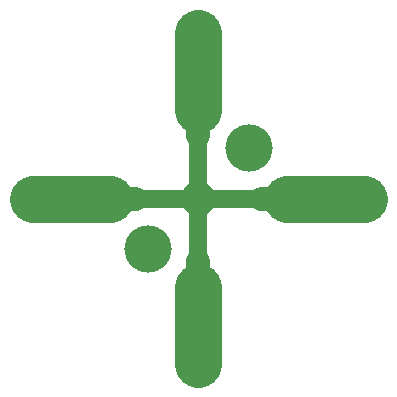
<source format=gbr>
G04 #@! TF.GenerationSoftware,KiCad,Pcbnew,(5.1.6)-1*
G04 #@! TF.CreationDate,2020-10-20T16:42:45-05:00*
G04 #@! TF.ProjectId,quad-slot-hub,71756164-2d73-46c6-9f74-2d6875622e6b,rev?*
G04 #@! TF.SameCoordinates,Original*
G04 #@! TF.FileFunction,Copper,L2,Bot*
G04 #@! TF.FilePolarity,Positive*
%FSLAX46Y46*%
G04 Gerber Fmt 4.6, Leading zero omitted, Abs format (unit mm)*
G04 Created by KiCad (PCBNEW (5.1.6)-1) date 2020-10-20 16:42:45*
%MOMM*%
%LPD*%
G01*
G04 APERTURE LIST*
G04 #@! TA.AperFunction,ComponentPad*
%ADD10C,4.000000*%
G04 #@! TD*
G04 #@! TA.AperFunction,ComponentPad*
%ADD11C,2.100000*%
G04 #@! TD*
G04 #@! TA.AperFunction,Conductor*
%ADD12C,4.000000*%
G04 #@! TD*
G04 #@! TA.AperFunction,Conductor*
%ADD13C,1.500000*%
G04 #@! TD*
G04 #@! TA.AperFunction,Conductor*
%ADD14C,2.000000*%
G04 #@! TD*
G04 APERTURE END LIST*
D10*
X-4242641Y-4242641D03*
X4320422Y4320422D03*
D11*
X0Y0D03*
D12*
X7500000Y0D02*
X14000000Y0D01*
X-7500000Y0D02*
X-14000000Y0D01*
X0Y-7500000D02*
X0Y-14000000D01*
D13*
X0Y5289980D02*
X10Y5289990D01*
X2250000Y0D02*
X5280000Y0D01*
X0Y0D02*
X2250000Y0D01*
X0Y-1000000D02*
X1000000Y0D01*
X0Y-2250000D02*
X0Y-5280000D01*
X0Y0D02*
X0Y-2250000D01*
X-2530000Y0D02*
X-2250000Y0D01*
X-2530000Y0D02*
X-5280000Y0D01*
X-1000000Y0D02*
X0Y-1000000D01*
X-1000000Y0D02*
X0Y1000000D01*
X0Y2040000D02*
X0Y5289980D01*
X-1000000Y0D02*
X0Y1000000D01*
X-1840000Y0D02*
X-2530000Y0D01*
X0Y0D02*
X-1840000Y0D01*
X0Y0D02*
X0Y2040000D01*
X0Y1000000D02*
X1000000Y0D01*
X2250000Y0D02*
X2040000Y0D01*
D12*
X0Y7500000D02*
X0Y14000000D01*
D14*
X7500000Y0D02*
X5280000Y0D01*
X0Y7500000D02*
X0Y5289980D01*
X-5280000Y0D02*
X-7500000Y0D01*
X0Y-5280000D02*
X0Y-7500000D01*
M02*

</source>
